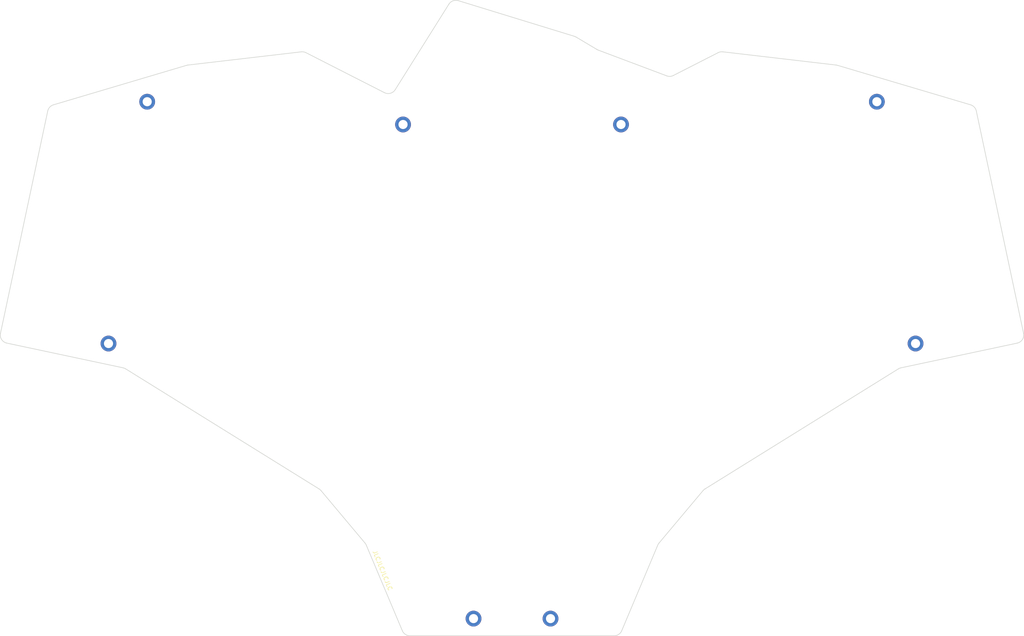
<source format=kicad_pcb>

            
(kicad_pcb (version 20171130) (host pcbnew 5.1.6)

  (page A3)
  (title_block
    (title bottom_plate)
    (rev 0.1)
    (company klackygears)
  )

  (general
    (thickness 1.6)
  )

  (layers
    (0 F.Cu signal)
    (31 B.Cu signal)
    (32 B.Adhes user)
    (33 F.Adhes user)
    (34 B.Paste user)
    (35 F.Paste user)
    (36 B.SilkS user)
    (37 F.SilkS user)
    (38 B.Mask user)
    (39 F.Mask user)
    (40 Dwgs.User user)
    (41 Cmts.User user)
    (42 Eco1.User user)
    (43 Eco2.User user)
    (44 Edge.Cuts user)
    (45 Margin user)
    (46 B.CrtYd user)
    (47 F.CrtYd user)
    (48 B.Fab user)
    (49 F.Fab user)
  )

  (setup
    (last_trace_width 0.25)
    (trace_clearance 0.2)
    (zone_clearance 0.508)
    (zone_45_only no)
    (trace_min 0.2)
    (via_size 0.8)
    (via_drill 0.4)
    (via_min_size 0.4)
    (via_min_drill 0.3)
    (uvia_size 0.3)
    (uvia_drill 0.1)
    (uvias_allowed no)
    (uvia_min_size 0.2)
    (uvia_min_drill 0.1)
    (edge_width 0.05)
    (segment_width 0.2)
    (pcb_text_width 0.3)
    (pcb_text_size 1.5 1.5)
    (mod_edge_width 0.12)
    (mod_text_size 1 1)
    (mod_text_width 0.15)
    (pad_size 1.524 1.524)
    (pad_drill 0.762)
    (pad_to_mask_clearance 0.05)
    (aux_axis_origin 0 0)
    (visible_elements FFFFFF7F)
    (pcbplotparams
      (layerselection 0x010fc_ffffffff)
      (usegerberextensions false)
      (usegerberattributes true)
      (usegerberadvancedattributes true)
      (creategerberjobfile true)
      (excludeedgelayer true)
      (linewidth 0.100000)
      (plotframeref false)
      (viasonmask false)
      (mode 1)
      (useauxorigin false)
      (hpglpennumber 1)
      (hpglpenspeed 20)
      (hpglpendiameter 15.000000)
      (psnegative false)
      (psa4output false)
      (plotreference true)
      (plotvalue true)
      (plotinvisibletext false)
      (padsonsilk false)
      (subtractmaskfromsilk false)
      (outputformat 1)
      (mirror false)
      (drillshape 1)
      (scaleselection 1)
      (outputdirectory ""))
  )

            (net 0 "")
            
  (net_class Default "This is the default net class."
    (clearance 0.2)
    (trace_width 0.25)
    (via_dia 0.8)
    (via_drill 0.4)
    (uvia_dia 0.3)
    (uvia_drill 0.1)
    (add_net "")
  )

            
            (module mounting_hole (layer F.Cu) (tedit 64B5A986)
                (at 98.65220989999999 110.09697709999999 -12)
                (fp_text reference "H1" (at 0 3) (layer Eco2.User) hide
                    (effects (font (size 1 1) (thickness 0.15)))
                )
        
                (pad "" thru_hole circle (at 0 0 180) (size 3.8000000000000003 3.8000000000000003) (drill 2.2) (layers *.Cu *.Mask))
        
                (fp_circle (center 0 0) (end -2.1500000000000004 0) (layer F.CrtYd) (width 0.05))
                (fp_circle (center 0 0) (end -2.1500000000000004 0) (layer B.CrtYd) (width 0.05))
        
            )
        

            (module mounting_hole (layer F.Cu) (tedit 64B5A986)
                (at 274.66655370000007 110.09697709999999 12)
                (fp_text reference "H2" (at 0 3) (layer Eco2.User) hide
                    (effects (font (size 1 1) (thickness 0.15)))
                )
        
                (pad "" thru_hole circle (at 0 0 180) (size 3.8000000000000003 3.8000000000000003) (drill 2.2) (layers *.Cu *.Mask))
        
                (fp_circle (center 0 0) (end -2.1500000000000004 0) (layer F.CrtYd) (width 0.05))
                (fp_circle (center 0 0) (end -2.1500000000000004 0) (layer B.CrtYd) (width 0.05))
        
            )
        

            (module mounting_hole (layer F.Cu) (tedit 64B5A986)
                (at 160.37078069999998 115.5924655 -32)
                (fp_text reference "H3" (at 0 3) (layer Eco2.User) hide
                    (effects (font (size 1 1) (thickness 0.15)))
                )
        
                (pad "" thru_hole circle (at 0 0 180) (size 3.8000000000000003 3.8000000000000003) (drill 2.2) (layers *.Cu *.Mask))
        
                (fp_circle (center 0 0) (end -2.1500000000000004 0) (layer F.CrtYd) (width 0.05))
                (fp_circle (center 0 0) (end -2.1500000000000004 0) (layer B.CrtYd) (width 0.05))
        
            )
        

            (module mounting_hole (layer F.Cu) (tedit 64B5A986)
                (at 212.94798290000003 115.5924655 32)
                (fp_text reference "H4" (at 0 3) (layer Eco2.User) hide
                    (effects (font (size 1 1) (thickness 0.15)))
                )
        
                (pad "" thru_hole circle (at 0 0 180) (size 3.8000000000000003 3.8000000000000003) (drill 2.2) (layers *.Cu *.Mask))
        
                (fp_circle (center 0 0) (end -2.1500000000000004 0) (layer F.CrtYd) (width 0.05))
                (fp_circle (center 0 0) (end -2.1500000000000004 0) (layer B.CrtYd) (width 0.05))
        
            )
        

            (module mounting_hole (layer F.Cu) (tedit 64B5A986)
                (at 89.3198629 168.43142060000002 -12)
                (fp_text reference "H5" (at 0 3) (layer Eco2.User) hide
                    (effects (font (size 1 1) (thickness 0.15)))
                )
        
                (pad "" thru_hole circle (at 0 0 180) (size 3.8000000000000003 3.8000000000000003) (drill 2.2) (layers *.Cu *.Mask))
        
                (fp_circle (center 0 0) (end -2.1500000000000004 0) (layer F.CrtYd) (width 0.05))
                (fp_circle (center 0 0) (end -2.1500000000000004 0) (layer B.CrtYd) (width 0.05))
        
            )
        

            (module mounting_hole (layer F.Cu) (tedit 64B5A986)
                (at 283.9989007 168.43142060000002 12)
                (fp_text reference "H6" (at 0 3) (layer Eco2.User) hide
                    (effects (font (size 1 1) (thickness 0.15)))
                )
        
                (pad "" thru_hole circle (at 0 0 180) (size 3.8000000000000003 3.8000000000000003) (drill 2.2) (layers *.Cu *.Mask))
        
                (fp_circle (center 0 0) (end -2.1500000000000004 0) (layer F.CrtYd) (width 0.05))
                (fp_circle (center 0 0) (end -2.1500000000000004 0) (layer B.CrtYd) (width 0.05))
        
            )
        

            (module mounting_hole (layer F.Cu) (tedit 64B5A986)
                (at 177.3727254 234.7835138 -68)
                (fp_text reference "H7" (at 0 3) (layer Eco2.User) hide
                    (effects (font (size 1 1) (thickness 0.15)))
                )
        
                (pad "" thru_hole circle (at 0 0 180) (size 3.8000000000000003 3.8000000000000003) (drill 2.2) (layers *.Cu *.Mask))
        
                (fp_circle (center 0 0) (end -2.1500000000000004 0) (layer F.CrtYd) (width 0.05))
                (fp_circle (center 0 0) (end -2.1500000000000004 0) (layer B.CrtYd) (width 0.05))
        
            )
        

            (module mounting_hole (layer F.Cu) (tedit 64B5A986)
                (at 195.9460382 234.7835138 68)
                (fp_text reference "H8" (at 0 3) (layer Eco2.User) hide
                    (effects (font (size 1 1) (thickness 0.15)))
                )
        
                (pad "" thru_hole circle (at 0 0 180) (size 3.8000000000000003 3.8000000000000003) (drill 2.2) (layers *.Cu *.Mask))
        
                (fp_circle (center 0 0) (end -2.1500000000000004 0) (layer F.CrtYd) (width 0.05))
                (fp_circle (center 0 0) (end -2.1500000000000004 0) (layer B.CrtYd) (width 0.05))
        
            )
        

      (gr_text "JLCJLCJLCJLC" (at 155.4202584 223.160726 -68) (layer F.SilkS)
        (effects (font (size 1 1) (thickness 0.15)))
      )
    
            (gr_line (start 108.13564339243682 101.32463986753231) (end 76.0474698767882 110.84560438492619) (angle 90) (layer Edge.Cuts) (width 0.15))
(gr_line (start 74.66008510405862 112.34715967683474) (end 63.26429018744009 165.9601593779754) (angle 90) (layer Edge.Cuts) (width 0.15))
(gr_line (start 64.8047619874401 168.33227797797548) (end 92.8289720243144 174.28900769721372) (angle 90) (layer Edge.Cuts) (width 0.15))
(gr_line (start 93.46814286912831 174.54618922503906) (end 140.12038035149038 203.51296291163737) (angle 90) (layer Edge.Cuts) (width 0.15))
(gr_line (start 140.59747496535886 203.9265013345716) (end 151.1896948731793 216.54981739970782) (angle 90) (layer Edge.Cuts) (width 0.15))
(gr_line (start 151.50077481449688 217.0590366489482) (end 160.1961363066247 237.70294060000006) (angle 90) (layer Edge.Cuts) (width 0.15))
(gr_line (start 162.03930510662468 238.9265846) (end 211.2794584933753 238.9265846) (angle 90) (layer Edge.Cuts) (width 0.15))
(gr_line (start 213.12262729337533 237.70294060000003) (end 221.8179887855032 217.059036648948) (angle 90) (layer Edge.Cuts) (width 0.15))
(gr_line (start 222.12906872682083 216.5498173997077) (end 232.72128863464113 203.9265013345717) (angle 90) (layer Edge.Cuts) (width 0.15))
(gr_line (start 233.19838324850957 203.5129629116374) (end 279.8506207308716 174.5461892250391) (angle 90) (layer Edge.Cuts) (width 0.15))
(gr_line (start 280.4897915756855 174.28900769721372) (end 308.5140016125599 168.33227797797548) (angle 90) (layer Edge.Cuts) (width 0.15))
(gr_line (start 310.05447341255996 165.96015937797551) (end 298.6586784959414 112.34715967683451) (angle 90) (layer Edge.Cuts) (width 0.15))
(gr_line (start 297.2712937232119 110.8456043849262) (end 265.18312020756315 101.32463986753228) (angle 90) (layer Edge.Cuts) (width 0.15))
(gr_line (start 264.8460553816366 101.25550214792669) (end 237.51106053095202 98.06524406194505) (angle 90) (layer Edge.Cuts) (width 0.15))
(gr_line (start 236.3712339296082 98.26974747345916) (end 225.578540647167 103.76889938574861) (angle 90) (layer Edge.Cuts) (width 0.15))
(gr_line (start 223.96679264716693 103.85897398574858) (end 207.46755994220277 97.65647798366204) (angle 90) (layer Edge.Cuts) (width 0.15))
(gr_line (start 207.1477103683975 97.5025897396926) (end 202.1273492759685 94.51171193423069) (angle 90) (layer Edge.Cuts) (width 0.15))
(gr_line (start 201.69076510216325 94.31800309026127) (end 173.70569378655824 85.72546557804802) (angle 90) (layer Edge.Cuts) (width 0.15))
(gr_line (start 171.42472630332222 86.5740846513412) (end 158.47991344115522 107.19657866938269) (angle 90) (layer Edge.Cuts) (width 0.15))
(gr_line (start 155.87799735791918 107.91530254267582) (end 136.9475296711432 98.26974747337148) (angle 90) (layer Edge.Cuts) (width 0.15))
(gr_line (start 135.8077030697994 98.06524406185736) (end 108.4727082183634 101.2555021479267) (angle 90) (layer Edge.Cuts) (width 0.15))
(gr_arc (start 76.61638030405862 112.76298307683473) (end 76.04746990405863 110.84560437683473) (angle -61.47371289072777) (layer Edge.Cuts) (width 0.15))
(gr_arc (start 65.2205853874401 166.37598277797542) (end 63.264290187440096 165.96015937797543) (angle -90.00000000000111) (layer Edge.Cuts) (width 0.15))
(gr_arc (start 92.4131486243144 176.24530289721372) (end 93.4681428243144 174.54618929721372) (angle -19.83649984226659) (layer Edge.Cuts) (width 0.15))
(gr_arc (start 139.06538610667647 205.212076583812) (end 140.59747500667646 203.926501283812) (angle -18.16349847150751) (layer Edge.Cuts) (width 0.15))
(gr_arc (start 149.65760601449688 217.83539264894821) (end 151.50077481449688 217.05903664894822) (angle -17.1588241013291) (layer Edge.Cuts) (width 0.15))
(gr_arc (start 162.03930510662468 236.9265846) (end 160.19613630662468 237.7029406) (angle -67.15882293845135) (layer Edge.Cuts) (width 0.15))
(gr_arc (start 211.2794584933753 236.9265846) (end 211.2794584933753 238.9265846) (angle -67.15882293845277) (layer Edge.Cuts) (width 0.15))
(gr_arc (start 223.6611575855032 217.83539264894807) (end 222.1290686855032 216.54981734894807) (angle -17.158824101328037) (layer Edge.Cuts) (width 0.15))
(gr_arc (start 234.25337749332348 205.21207658381206) (end 233.19838329332347 203.51296298381206) (angle -18.163498471508078) (layer Edge.Cuts) (width 0.15))
(gr_arc (start 280.9056149756855 176.24530289721372) (end 280.4897915756855 174.28900769721372) (angle -19.836499842266946) (layer Edge.Cuts) (width 0.15))
(gr_arc (start 308.0981782125599 166.37598277797548) (end 308.5140016125599 168.33227797797548) (angle -89.99999999999802) (layer Edge.Cuts) (width 0.15))
(gr_arc (start 296.70238329594144 112.76298307683464) (end 298.65867849594144 112.34715967683465) (angle -61.47371289072181) (layer Edge.Cuts) (width 0.15))
(gr_arc (start 264.6142097802927 103.24201855944081) (end 265.1831201802927 101.32463985944081) (angle -9.869432819892452) (layer Edge.Cuts) (width 0.15))
(gr_arc (start 237.27921492960826 100.05176047345917) (end 237.51106052960827 98.06524397345918) (angle -33.65685440850869) (layer Edge.Cuts) (width 0.15))
(gr_arc (start 224.67055964716695 101.98688638574862) (end 223.96679264716695 103.85897398574862) (angle -47.60256245557767) (layer Edge.Cuts) (width 0.15))
(gr_arc (start 208.17132694220277 95.78439038366204) (end 207.14771034220277 97.50258978366205) (angle -10.18179260140127) (layer Edge.Cuts) (width 0.15))
(gr_arc (start 201.10373270216323 96.22991129026126) (end 202.12734930216322 94.51171189026125) (angle -13.71577088262763) (layer Edge.Cuts) (width 0.15))
(gr_arc (start 173.11866138655824 87.637373778048) (end 173.70569378655824 85.725465578048) (angle -74.95194394960379) (layer Edge.Cuts) (width 0.15))
(gr_arc (start 156.7859783579192 106.13328954267584) (end 155.87799735791918 107.91530254267585) (angle -84.88336106021097) (layer Edge.Cuts) (width 0.15))
(gr_arc (start 136.0395486711432 100.05176047337149) (end 136.9475296711432 98.26974747337148) (angle -33.65685440850799) (layer Edge.Cuts) (width 0.15))
(gr_arc (start 108.7045538197072 103.24201855944082) (end 108.4727082197072 101.25550205944083) (angle -9.869432819892637) (layer Edge.Cuts) (width 0.15))
            
)

        
</source>
